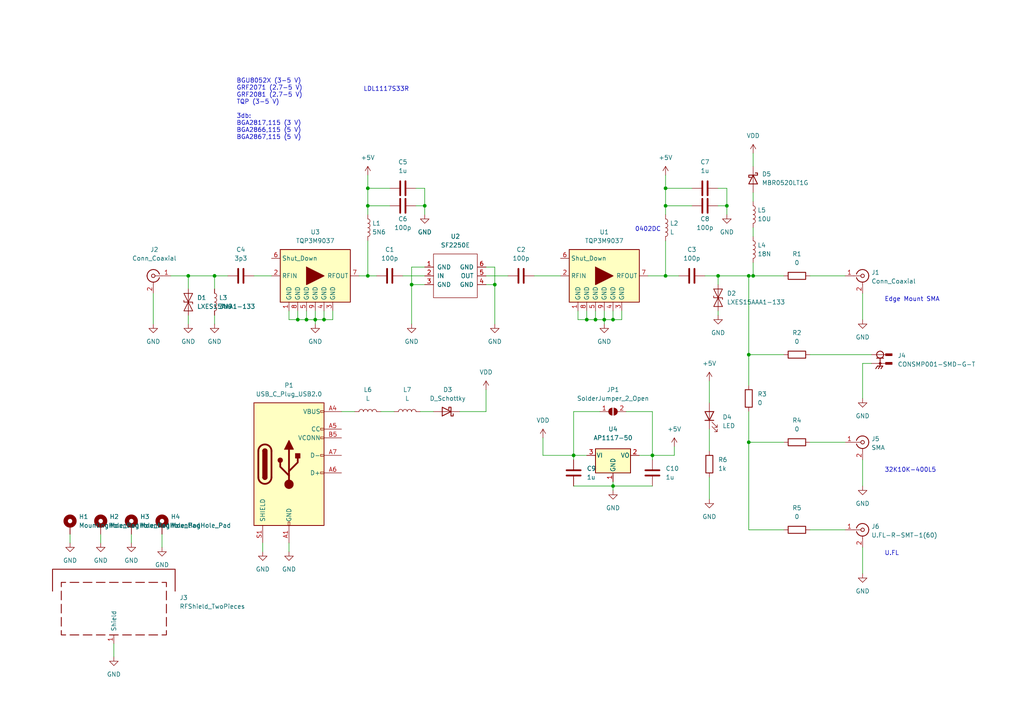
<source format=kicad_sch>
(kicad_sch (version 20211123) (generator eeschema)
  (paper "A4")
  (lib_symbols
    (symbol "CONSMP001-SMD-G-T:CONSMP001-SMD-G-T" (pin_numbers hide) (pin_names (offset 1.016) hide)
      (property "Reference" "J" (at -3.81 1.524 0))
      (property "Value" "CONSMP001-SMD-G-T" (at -4.064 -6.858 0))
      (symbol "CONSMP001-SMD-G-T_0_0"
        (circle (center 0 -2.54) (radius 0.254) (stroke (width 0.254)))
        (polyline (pts (xy -1.016 -1.016) (xy 0 -1.016)) (stroke (width 0.254)))
        (polyline (pts (xy -0.762 -3.302) (xy -1.27 -4.064)) (stroke (width 0.254)))
        (polyline (pts (xy 0 -3.302) (xy -0.762 -3.302)) (stroke (width 0.254)))
        (polyline (pts (xy 0 -3.302) (xy -0.508 -4.064)) (stroke (width 0.254)))
        (polyline (pts (xy 0 -3.302) (xy 0.762 -3.302)) (stroke (width 0.254)))
        (polyline (pts (xy 0 -1.016) (xy 0 -3.302)) (stroke (width 0.254)))
        (polyline (pts (xy 0 -1.016) (xy 1.016 -1.016)) (stroke (width 0.254)))
        (polyline (pts (xy 0.762 -3.302) (xy 0.254 -4.064)) (stroke (width 0.254)))
        (circle (center 0 0) (radius 1.016) (stroke (width 0.254)))
        (rectangle (start 1.5748 -2.8448) (end 3.4798 -2.2098) (fill (type outline)))
        (rectangle (start 1.5748 -0.3048) (end 3.4798 0.3048) (fill (type outline)))
        (pin passive line (at -2.54 0 0) (length 5.08) (name "~") (number "1"))
        (pin passive line (at -2.54 -2.54 0) (length 5.08) (name "~") (number "S1"))
      )
    )
    (symbol "Connector:Conn_Coaxial" (pin_names (offset 1.016) hide)
      (property "Reference" "J" (at 0.254 3.048 0))
      (property "Value" "Conn_Coaxial" (at 2.921 0 90))
      (symbol "Conn_Coaxial_0_1"
        (arc (start -1.778 -0.508) (mid 0.222 -1.808) (end 1.778 0) (stroke (width 0.254)))
        (polyline (pts (xy -2.54 0) (xy -0.508 0)))
        (polyline (pts (xy 0 -2.54) (xy 0 -1.778)))
        (circle (center 0 0) (radius 0.508) (stroke (width 0.2032)))
        (arc (start 1.778 0) (mid 0.222 1.8083) (end -1.778 0.508) (stroke (width 0.254)))
      )
      (symbol "Conn_Coaxial_1_1"
        (pin passive line (at -5.08 0 0) (length 2.54) (name "In") (number "1"))
        (pin passive line (at 0 -5.08 90) (length 2.54) (name "Ext") (number "2"))
      )
    )
    (symbol "Connector:USB_C_Plug_USB2.0" (pin_names (offset 1.016))
      (property "Reference" "P" (at -10.16 19.05 0))
      (property "Value" "USB_C_Plug_USB2.0" (at 12.7 19.05 0))
      (symbol "USB_C_Plug_USB2.0_0_0"
        (rectangle (start -0.254 -17.78) (end 0.254 -16.764))
        (rectangle (start 10.16 -2.286) (end 9.144 -2.794))
        (rectangle (start 10.16 2.794) (end 9.144 2.286))
        (rectangle (start 10.16 7.874) (end 9.144 7.366))
        (rectangle (start 10.16 10.414) (end 9.144 9.906))
        (rectangle (start 10.16 15.494) (end 9.144 14.986))
      )
      (symbol "USB_C_Plug_USB2.0_0_1"
        (rectangle (start -10.16 17.78) (end 10.16 -17.78) (stroke (width 0.254)) (fill (type background)))
        (arc (start -8.89 -3.81) (mid -6.985 -5.715) (end -5.08 -3.81) (stroke (width 0.508)))
        (arc (start -7.62 -3.81) (mid -6.985 -4.445) (end -6.35 -3.81) (stroke (width 0.254)))
        (arc (start -7.62 -3.81) (mid -6.985 -4.445) (end -6.35 -3.81) (stroke (width 0.254)) (fill (type outline)))
        (rectangle (start -7.62 -3.81) (end -6.35 3.81) (stroke (width 0.254)) (fill (type outline)))
        (arc (start -6.35 3.81) (mid -6.985 4.445) (end -7.62 3.81) (stroke (width 0.254)))
        (arc (start -6.35 3.81) (mid -6.985 4.445) (end -7.62 3.81) (stroke (width 0.254)) (fill (type outline)))
        (arc (start -5.08 3.81) (mid -6.985 5.715) (end -8.89 3.81) (stroke (width 0.508)))
        (circle (center -2.54 1.143) (radius 0.635) (stroke (width 0.254)) (fill (type outline)))
        (circle (center 0 -5.842) (radius 1.27) (fill (type outline)))
        (polyline (pts (xy -8.89 -3.81) (xy -8.89 3.81)) (stroke (width 0.508)))
        (polyline (pts (xy -5.08 3.81) (xy -5.08 -3.81)) (stroke (width 0.508)))
        (polyline (pts (xy 0 -5.842) (xy 0 4.318)) (stroke (width 0.508)))
        (polyline (pts (xy 0 -3.302) (xy -2.54 -0.762) (xy -2.54 0.508)) (stroke (width 0.508)))
        (polyline (pts (xy 0 -2.032) (xy 2.54 0.508) (xy 2.54 1.778)) (stroke (width 0.508)))
        (polyline (pts (xy -1.27 4.318) (xy 0 6.858) (xy 1.27 4.318) (xy -1.27 4.318)) (stroke (width 0.254)) (fill (type outline)))
        (rectangle (start 1.905 1.778) (end 3.175 3.048) (stroke (width 0.254)) (fill (type outline)))
      )
      (symbol "USB_C_Plug_USB2.0_1_1"
        (pin passive line (at 0 -22.86 90) (length 5.08) (name "GND") (number "A1"))
        (pin passive line (at 0 -22.86 90) (length 5.08) hide (name "GND") (number "A12"))
        (pin passive line (at 15.24 15.24 180) (length 5.08) (name "VBUS") (number "A4"))
        (pin bidirectional line (at 15.24 10.16 180) (length 5.08) (name "CC") (number "A5"))
        (pin bidirectional line (at 15.24 -2.54 180) (length 5.08) (name "D+") (number "A6"))
        (pin bidirectional line (at 15.24 2.54 180) (length 5.08) (name "D-") (number "A7"))
        (pin passive line (at 15.24 15.24 180) (length 5.08) hide (name "VBUS") (number "A9"))
        (pin passive line (at 0 -22.86 90) (length 5.08) hide (name "GND") (number "B1"))
        (pin passive line (at 0 -22.86 90) (length 5.08) hide (name "GND") (number "B12"))
        (pin passive line (at 15.24 15.24 180) (length 5.08) hide (name "VBUS") (number "B4"))
        (pin bidirectional line (at 15.24 7.62 180) (length 5.08) (name "VCONN") (number "B5"))
        (pin passive line (at 15.24 15.24 180) (length 5.08) hide (name "VBUS") (number "B9"))
        (pin passive line (at -7.62 -22.86 90) (length 5.08) (name "SHIELD") (number "S1"))
      )
    )
    (symbol "Device:C" (pin_numbers hide) (pin_names (offset 0.254))
      (property "Reference" "C" (at 0.635 2.54 0))
      (property "Value" "C" (at 0.635 -2.54 0))
      (symbol "C_0_1"
        (polyline (pts (xy -2.032 -0.762) (xy 2.032 -0.762)) (stroke (width 0.508)))
        (polyline (pts (xy -2.032 0.762) (xy 2.032 0.762)) (stroke (width 0.508)))
      )
      (symbol "C_1_1"
        (pin passive line (at 0 3.81 270) (length 2.794) (name "~") (number "1"))
        (pin passive line (at 0 -3.81 90) (length 2.794) (name "~") (number "2"))
      )
    )
    (symbol "Device:D_Schottky" (pin_numbers hide) (pin_names (offset 1.016) hide)
      (property "Reference" "D" (at 0 2.54 0))
      (property "Value" "D_Schottky" (at 0 -2.54 0))
      (symbol "D_Schottky_0_1"
        (polyline (pts (xy 1.27 0) (xy -1.27 0)))
        (polyline (pts (xy 1.27 1.27) (xy 1.27 -1.27) (xy -1.27 0) (xy 1.27 1.27)) (stroke (width 0.254)))
        (polyline (pts (xy -1.905 0.635) (xy -1.905 1.27) (xy -1.27 1.27) (xy -1.27 -1.27) (xy -0.635 -1.27) (xy -0.635 -0.635)) (stroke (width 0.254)))
      )
      (symbol "D_Schottky_1_1"
        (pin passive line (at -3.81 0 0) (length 2.54) (name "K") (number "1"))
        (pin passive line (at 3.81 0 180) (length 2.54) (name "A") (number "2"))
      )
    )
    (symbol "Device:L" (pin_numbers hide) (pin_names (offset 1.016) hide)
      (property "Reference" "L" (at -1.27 0 90))
      (property "Value" "L" (at 1.905 0 90))
      (symbol "L_0_1"
        (arc (start 0 -2.54) (mid 0.635 -1.905) (end 0 -1.27))
        (arc (start 0 -1.27) (mid 0.635 -0.635) (end 0 0))
        (arc (start 0 0) (mid 0.635 0.635) (end 0 1.27))
        (arc (start 0 1.27) (mid 0.635 1.905) (end 0 2.54))
      )
      (symbol "L_1_1"
        (pin passive line (at 0 3.81 270) (length 1.27) (name "1") (number "1"))
        (pin passive line (at 0 -3.81 90) (length 1.27) (name "2") (number "2"))
      )
    )
    (symbol "Device:LED" (pin_numbers hide) (pin_names (offset 1.016) hide)
      (property "Reference" "D" (at 0 2.54 0))
      (property "Value" "LED" (at 0 -2.54 0))
      (symbol "LED_0_1"
        (polyline (pts (xy -1.27 -1.27) (xy -1.27 1.27)) (stroke (width 0.254)))
        (polyline (pts (xy -1.27 0) (xy 1.27 0)))
        (polyline (pts (xy 1.27 -1.27) (xy 1.27 1.27) (xy -1.27 0) (xy 1.27 -1.27)) (stroke (width 0.254)))
        (polyline (pts (xy -3.048 -0.762) (xy -4.572 -2.286) (xy -3.81 -2.286) (xy -4.572 -2.286) (xy -4.572 -1.524)))
        (polyline (pts (xy -1.778 -0.762) (xy -3.302 -2.286) (xy -2.54 -2.286) (xy -3.302 -2.286) (xy -3.302 -1.524)))
      )
      (symbol "LED_1_1"
        (pin passive line (at -3.81 0 0) (length 2.54) (name "K") (number "1"))
        (pin passive line (at 3.81 0 180) (length 2.54) (name "A") (number "2"))
      )
    )
    (symbol "Device:R" (pin_numbers hide) (pin_names (offset 0))
      (property "Reference" "R" (at 2.032 0 90))
      (property "Value" "R" (at 0 0 90))
      (symbol "R_0_1"
        (rectangle (start -1.016 -2.54) (end 1.016 2.54) (stroke (width 0.254)))
      )
      (symbol "R_1_1"
        (pin passive line (at 0 3.81 270) (length 1.27) (name "~") (number "1"))
        (pin passive line (at 0 -3.81 90) (length 1.27) (name "~") (number "2"))
      )
    )
    (symbol "Device:RFShield_TwoPieces" (pin_names (offset 1.016))
      (property "Reference" "J" (at 0 5.08 0))
      (property "Value" "RFShield_TwoPieces" (at 0 2.54 0))
      (symbol "RFShield_TwoPieces_0_1"
        (polyline (pts (xy -15.24 -5.08) (xy -15.24 -2.54)) (stroke (width 0.254)))
        (polyline (pts (xy -15.24 -1.27) (xy -15.24 1.27)) (stroke (width 0.254)))
        (polyline (pts (xy -15.24 2.54) (xy -15.24 5.08)) (stroke (width 0.254)))
        (polyline (pts (xy -12.7 7.62) (xy -10.16 7.62)) (stroke (width 0.254)))
        (polyline (pts (xy -10.16 -7.62) (xy -12.7 -7.62)) (stroke (width 0.254)))
        (polyline (pts (xy -6.35 -7.62) (xy -8.89 -7.62)) (stroke (width 0.254)))
        (polyline (pts (xy -6.35 7.62) (xy -8.89 7.62)) (stroke (width 0.254)))
        (polyline (pts (xy -2.54 -7.62) (xy -5.08 -7.62)) (stroke (width 0.254)))
        (polyline (pts (xy -2.54 7.62) (xy -5.08 7.62)) (stroke (width 0.254)))
        (polyline (pts (xy -1.27 -7.62) (xy 1.27 -7.62)) (stroke (width 0.254)))
        (polyline (pts (xy 1.27 7.62) (xy -1.27 7.62)) (stroke (width 0.254)))
        (polyline (pts (xy 2.54 -7.62) (xy 5.08 -7.62)) (stroke (width 0.254)))
        (polyline (pts (xy 5.08 7.62) (xy 2.54 7.62)) (stroke (width 0.254)))
        (polyline (pts (xy 6.35 -7.62) (xy 8.89 -7.62)) (stroke (width 0.254)))
        (polyline (pts (xy 8.89 7.62) (xy 6.35 7.62)) (stroke (width 0.254)))
        (polyline (pts (xy 10.16 -7.62) (xy 12.7 -7.62)) (stroke (width 0.254)))
        (polyline (pts (xy 12.7 7.62) (xy 10.16 7.62)) (stroke (width 0.254)))
        (polyline (pts (xy 15.24 -5.08) (xy 15.24 -2.54)) (stroke (width 0.254)))
        (polyline (pts (xy 15.24 -1.27) (xy 15.24 1.27)) (stroke (width 0.254)))
        (polyline (pts (xy 15.24 2.54) (xy 15.24 5.08)) (stroke (width 0.254)))
        (polyline (pts (xy -15.24 6.35) (xy -15.24 7.62) (xy -13.97 7.62)) (stroke (width 0.254)))
        (polyline (pts (xy -13.97 -7.62) (xy -15.24 -7.62) (xy -15.24 -6.35)) (stroke (width 0.254)))
        (polyline (pts (xy 13.97 -7.62) (xy 15.24 -7.62) (xy 15.24 -6.35)) (stroke (width 0.254)))
        (polyline (pts (xy 15.24 6.35) (xy 15.24 7.62) (xy 13.97 7.62)) (stroke (width 0.254)))
        (polyline (pts (xy -17.78 5.08) (xy -17.78 11.43) (xy 17.78 11.43) (xy 17.78 5.08)) (stroke (width 0.254)))
      )
      (symbol "RFShield_TwoPieces_1_1"
        (pin passive line (at 0 -10.16 90) (length 2.54) (name "Shield") (number "1"))
      )
    )
    (symbol "Diode:ESD9B3.3ST5G" (pin_numbers hide) (pin_names (offset 1.016) hide)
      (property "Reference" "D" (at 0 2.54 0))
      (property "Value" "ESD9B3.3ST5G" (at 0 -2.54 0))
      (symbol "ESD9B3.3ST5G_0_1"
        (polyline (pts (xy 1.27 0) (xy -1.27 0)))
        (polyline (pts (xy -2.54 -1.27) (xy 0 0) (xy -2.54 1.27) (xy -2.54 -1.27)) (stroke (width 0.2032)))
        (polyline (pts (xy 0.508 1.27) (xy 0 1.27) (xy 0 -1.27) (xy -0.508 -1.27)) (stroke (width 0.2032)))
        (polyline (pts (xy 2.54 1.27) (xy 2.54 -1.27) (xy 0 0) (xy 2.54 1.27)) (stroke (width 0.2032)))
      )
      (symbol "ESD9B3.3ST5G_1_1"
        (pin passive line (at -3.81 0 0) (length 2.54) (name "A1") (number "1"))
        (pin passive line (at 3.81 0 180) (length 2.54) (name "A2") (number "2"))
      )
    )
    (symbol "Jumper:SolderJumper_2_Open" (pin_names (offset 0) hide)
      (property "Reference" "JP" (at 0 2.032 0))
      (property "Value" "SolderJumper_2_Open" (at 0 -2.54 0))
      (symbol "SolderJumper_2_Open_0_1"
        (arc (start -0.254 1.016) (mid -1.27 0) (end -0.254 -1.016))
        (arc (start -0.254 1.016) (mid -1.27 0) (end -0.254 -1.016) (fill (type outline)))
        (polyline (pts (xy -0.254 1.016) (xy -0.254 -1.016)))
        (polyline (pts (xy 0.254 1.016) (xy 0.254 -1.016)))
        (arc (start 0.254 -1.016) (mid 1.27 0) (end 0.254 1.016))
        (arc (start 0.254 -1.016) (mid 1.27 0) (end 0.254 1.016) (fill (type outline)))
      )
      (symbol "SolderJumper_2_Open_1_1"
        (pin passive line (at -3.81 0 0) (length 2.54) (name "A") (number "1"))
        (pin passive line (at 3.81 0 180) (length 2.54) (name "B") (number "2"))
      )
    )
    (symbol "LNA3030:SAW-DCC6C" (pin_names (offset 1.016))
      (property "Reference" "U" (at 0 5.08 0))
      (property "Value" "SAW-DCC6C" (at 0 -5.08 0))
      (symbol "SAW-DCC6C_0_1"
        (rectangle (start -6.35 6.35) (end 6.35 -6.35))
      )
      (symbol "SAW-DCC6C_1_1"
        (pin power_in line (at -8.89 2.54 0) (length 2.54) (name "GND") (number "1"))
        (pin input line (at -8.89 0 0) (length 2.54) (name "IN") (number "2"))
        (pin power_in line (at -8.89 -2.54 0) (length 2.54) (name "GND") (number "3"))
        (pin power_in line (at 8.89 -2.54 180) (length 2.54) (name "GND") (number "4"))
        (pin output line (at 8.89 0 180) (length 2.54) (name "OUT") (number "5"))
        (pin power_in line (at 8.89 2.54 180) (length 2.54) (name "GND") (number "6"))
      )
    )
    (symbol "Mechanical:MountingHole_Pad" (pin_numbers hide) (pin_names (offset 1.016) hide)
      (property "Reference" "H" (at 0 6.35 0))
      (property "Value" "MountingHole_Pad" (at 0 4.445 0))
      (symbol "MountingHole_Pad_0_1"
        (circle (center 0 1.27) (radius 1.27) (stroke (width 1.27)))
      )
      (symbol "MountingHole_Pad_1_1"
        (pin input line (at 0 -2.54 90) (length 2.54) (name "1") (number "1"))
      )
    )
    (symbol "Regulator_Linear:AP1117-50" (pin_names (offset 0.254))
      (property "Reference" "U" (at -3.81 3.175 0))
      (property "Value" "AP1117-50" (at 0 3.175 0))
      (symbol "AP1117-50_0_1"
        (rectangle (start -5.08 -5.08) (end 5.08 1.905) (stroke (width 0.254)) (fill (type background)))
      )
      (symbol "AP1117-50_1_1"
        (pin power_in line (at 0 -7.62 90) (length 2.54) (name "GND") (number "1"))
        (pin power_out line (at 7.62 0 180) (length 2.54) (name "VO") (number "2"))
        (pin power_in line (at -7.62 0 0) (length 2.54) (name "VI") (number "3"))
      )
    )
    (symbol "lsf-kicad:TQP3M9036"
      (property "Reference" "U" (at 5.08 8.89 0))
      (property "Value" "TQP3M9036" (at -3.81 8.89 0))
      (symbol "TQP3M9036_0_1"
        (rectangle (start -10.16 7.62) (end 10.16 -7.62) (stroke (width 0.254)) (fill (type background)))
        (polyline (pts (xy -2.54 2.54) (xy -2.54 -2.54) (xy 2.54 0) (xy -2.54 2.54)) (stroke (width 0.254)) (fill (type outline)))
      )
      (symbol "TQP3M9036_1_1"
        (pin power_in line (at -7.62 -10.16 90) (length 2.54) (name "GND") (number "1"))
        (pin input line (at -12.7 0 0) (length 2.54) (name "RFIN") (number "2"))
        (pin power_in line (at 5.08 -10.16 90) (length 2.54) (name "GND") (number "3"))
        (pin power_in line (at 2.54 -10.16 90) (length 2.54) (name "GND") (number "4"))
        (pin power_in line (at -2.54 -10.16 90) (length 2.54) (name "GND") (number "5"))
        (pin input line (at -12.7 5.08 0) (length 2.54) (name "Shut_Down") (number "6"))
        (pin output line (at 12.7 0 180) (length 2.54) (name "RFOUT") (number "7"))
        (pin power_in line (at -5.08 -10.16 90) (length 2.54) (name "GND") (number "8"))
        (pin power_in line (at 0 -10.16 90) (length 2.54) (name "GND") (number "9"))
      )
    )
    (symbol "power:+5V" (power) (pin_names (offset 0))
      (property "Value" "+5V" (at 0 3.556 0))
      (symbol "+5V_0_1"
        (polyline (pts (xy -0.762 1.27) (xy 0 2.54)))
        (polyline (pts (xy 0 0) (xy 0 2.54)))
        (polyline (pts (xy 0 2.54) (xy 0.762 1.27)))
      )
      (symbol "+5V_1_1"
        (pin power_in line (at 0 0 90) (length 0) hide (name "+5V") (number "1"))
      )
    )
    (symbol "power:GND" (power) (pin_names (offset 0))
      (property "Value" "GND" (at 0 -3.81 0))
      (symbol "GND_0_1"
        (polyline (pts (xy 0 0) (xy 0 -1.27) (xy 1.27 -1.27) (xy 0 -2.54) (xy -1.27 -1.27) (xy 0 -1.27)))
      )
      (symbol "GND_1_1"
        (pin power_in line (at 0 0 270) (length 0) hide (name "GND") (number "1"))
      )
    )
    (symbol "power:VDD" (power) (pin_names (offset 0))
      (property "Value" "VDD" (at 0 3.81 0))
      (symbol "VDD_0_1"
        (polyline (pts (xy -0.762 1.27) (xy 0 2.54)))
        (polyline (pts (xy 0 0) (xy 0 2.54)))
        (polyline (pts (xy 0 2.54) (xy 0.762 1.27)))
      )
      (symbol "VDD_1_1"
        (pin power_in line (at 0 0 90) (length 0) hide (name "VDD") (number "1"))
      )
    )
  )
  (junction (at 193.04 80.01))
  (junction (at 189.23 132.08))
  (junction (at 217.17 102.87))
  (junction (at 193.04 54.61))
  (junction (at 175.26 92.71))
  (junction (at 91.44 92.71))
  (junction (at 106.68 54.61))
  (junction (at 170.18 92.71))
  (junction (at 143.51 82.55))
  (junction (at 62.23 80.01))
  (junction (at 177.8 140.97))
  (junction (at 217.17 128.27))
  (junction (at 217.17 80.01))
  (junction (at 172.72 92.71))
  (junction (at 123.19 59.69))
  (junction (at 106.68 59.69))
  (junction (at 93.98 92.71))
  (junction (at 88.9 92.71))
  (junction (at 106.68 80.01))
  (junction (at 119.38 82.55))
  (junction (at 177.8 92.71))
  (junction (at 218.44 80.01))
  (junction (at 54.61 80.01))
  (junction (at 86.36 92.71))
  (junction (at 193.04 59.69))
  (junction (at 166.37 132.08))
  (junction (at 210.82 59.69))
  (junction (at 208.28 80.01))
  (wire (pts (xy 172.72 90.17) (xy 172.72 92.71)))
  (wire (pts (xy 217.17 102.87) (xy 217.17 111.76)))
  (wire (pts (xy 234.95 128.27) (xy 245.11 128.27)))
  (wire (pts (xy 54.61 80.01) (xy 62.23 80.01)))
  (wire (pts (xy 123.19 59.69) (xy 123.19 62.23)))
  (wire (pts (xy 91.44 90.17) (xy 91.44 92.71)))
  (wire (pts (xy 193.04 69.85) (xy 193.04 80.01)))
  (wire (pts (xy 200.66 54.61) (xy 193.04 54.61)))
  (wire (pts (xy 193.04 59.69) (xy 200.66 59.69)))
  (wire (pts (xy 205.74 124.46) (xy 205.74 130.81)))
  (wire (pts (xy 189.23 119.38) (xy 189.23 132.08)))
  (wire (pts (xy 20.32 154.94) (xy 20.32 157.48)))
  (wire (pts (xy 172.72 92.71) (xy 175.26 92.71)))
  (wire (pts (xy 110.49 119.38) (xy 114.3 119.38)))
  (wire (pts (xy 143.51 82.55) (xy 143.51 93.98)))
  (wire (pts (xy 208.28 90.17) (xy 208.28 91.44)))
  (wire (pts (xy 106.68 80.01) (xy 109.22 80.01)))
  (wire (pts (xy 106.68 59.69) (xy 113.03 59.69)))
  (wire (pts (xy 218.44 55.88) (xy 218.44 58.42)))
  (wire (pts (xy 86.36 92.71) (xy 88.9 92.71)))
  (wire (pts (xy 204.47 80.01) (xy 208.28 80.01)))
  (wire (pts (xy 54.61 91.44) (xy 54.61 93.98)))
  (wire (pts (xy 46.99 154.94) (xy 46.99 158.75)))
  (wire (pts (xy 116.84 80.01) (xy 123.19 80.01)))
  (wire (pts (xy 83.82 90.17) (xy 83.82 92.71)))
  (wire (pts (xy 140.97 77.47) (xy 143.51 77.47)))
  (wire (pts (xy 227.33 153.67) (xy 217.17 153.67)))
  (wire (pts (xy 208.28 80.01) (xy 208.28 82.55)))
  (wire (pts (xy 177.8 90.17) (xy 177.8 92.71)))
  (wire (pts (xy 250.19 133.35) (xy 250.19 140.97)))
  (wire (pts (xy 167.64 92.71) (xy 170.18 92.71)))
  (wire (pts (xy 119.38 82.55) (xy 123.19 82.55)))
  (wire (pts (xy 96.52 92.71) (xy 93.98 92.71)))
  (wire (pts (xy 62.23 80.01) (xy 66.04 80.01)))
  (wire (pts (xy 166.37 140.97) (xy 177.8 140.97)))
  (wire (pts (xy 104.14 80.01) (xy 106.68 80.01)))
  (wire (pts (xy 170.18 92.71) (xy 172.72 92.71)))
  (wire (pts (xy 177.8 140.97) (xy 177.8 142.24)))
  (wire (pts (xy 180.34 92.71) (xy 177.8 92.71)))
  (wire (pts (xy 143.51 77.47) (xy 143.51 82.55)))
  (wire (pts (xy 208.28 80.01) (xy 217.17 80.01)))
  (wire (pts (xy 140.97 119.38) (xy 133.35 119.38)))
  (wire (pts (xy 119.38 77.47) (xy 119.38 82.55)))
  (wire (pts (xy 73.66 80.01) (xy 78.74 80.01)))
  (wire (pts (xy 193.04 80.01) (xy 196.85 80.01)))
  (wire (pts (xy 189.23 132.08) (xy 195.58 132.08)))
  (wire (pts (xy 173.99 119.38) (xy 166.37 119.38)))
  (wire (pts (xy 157.48 132.08) (xy 166.37 132.08)))
  (wire (pts (xy 93.98 90.17) (xy 93.98 92.71)))
  (wire (pts (xy 177.8 140.97) (xy 189.23 140.97)))
  (wire (pts (xy 189.23 132.08) (xy 189.23 133.35)))
  (wire (pts (xy 218.44 76.2) (xy 218.44 80.01)))
  (wire (pts (xy 177.8 139.7) (xy 177.8 140.97)))
  (wire (pts (xy 252.73 105.41) (xy 250.19 105.41)))
  (wire (pts (xy 218.44 80.01) (xy 227.33 80.01)))
  (wire (pts (xy 250.19 158.75) (xy 250.19 166.37)))
  (wire (pts (xy 217.17 80.01) (xy 218.44 80.01)))
  (wire (pts (xy 140.97 82.55) (xy 143.51 82.55)))
  (wire (pts (xy 49.53 80.01) (xy 54.61 80.01)))
  (wire (pts (xy 234.95 102.87) (xy 252.73 102.87)))
  (wire (pts (xy 205.74 138.43) (xy 205.74 144.78)))
  (wire (pts (xy 121.92 119.38) (xy 125.73 119.38)))
  (wire (pts (xy 38.1 154.94) (xy 38.1 157.48)))
  (wire (pts (xy 217.17 128.27) (xy 227.33 128.27)))
  (wire (pts (xy 140.97 80.01) (xy 147.32 80.01)))
  (wire (pts (xy 83.82 157.48) (xy 83.82 160.02)))
  (wire (pts (xy 54.61 80.01) (xy 54.61 83.82)))
  (wire (pts (xy 166.37 132.08) (xy 170.18 132.08)))
  (wire (pts (xy 217.17 128.27) (xy 217.17 153.67)))
  (wire (pts (xy 166.37 119.38) (xy 166.37 132.08)))
  (wire (pts (xy 123.19 54.61) (xy 123.19 59.69)))
  (wire (pts (xy 193.04 54.61) (xy 193.04 59.69)))
  (wire (pts (xy 187.96 80.01) (xy 193.04 80.01)))
  (wire (pts (xy 250.19 85.09) (xy 250.19 92.71)))
  (wire (pts (xy 167.64 90.17) (xy 167.64 92.71)))
  (wire (pts (xy 166.37 132.08) (xy 166.37 133.35)))
  (wire (pts (xy 83.82 92.71) (xy 86.36 92.71)))
  (wire (pts (xy 113.03 54.61) (xy 106.68 54.61)))
  (wire (pts (xy 175.26 92.71) (xy 175.26 93.98)))
  (wire (pts (xy 44.45 85.09) (xy 44.45 93.98)))
  (wire (pts (xy 210.82 59.69) (xy 210.82 54.61)))
  (wire (pts (xy 76.2 157.48) (xy 76.2 160.02)))
  (wire (pts (xy 218.44 44.45) (xy 218.44 48.26)))
  (wire (pts (xy 175.26 90.17) (xy 175.26 92.71)))
  (wire (pts (xy 106.68 69.85) (xy 106.68 80.01)))
  (wire (pts (xy 99.06 119.38) (xy 102.87 119.38)))
  (wire (pts (xy 177.8 92.71) (xy 175.26 92.71)))
  (wire (pts (xy 193.04 62.23) (xy 193.04 59.69)))
  (wire (pts (xy 88.9 92.71) (xy 91.44 92.71)))
  (wire (pts (xy 29.21 154.94) (xy 29.21 157.48)))
  (wire (pts (xy 62.23 91.44) (xy 62.23 93.98)))
  (wire (pts (xy 96.52 90.17) (xy 96.52 92.71)))
  (wire (pts (xy 180.34 90.17) (xy 180.34 92.71)))
  (wire (pts (xy 170.18 90.17) (xy 170.18 92.71)))
  (wire (pts (xy 62.23 80.01) (xy 62.23 83.82)))
  (wire (pts (xy 181.61 119.38) (xy 189.23 119.38)))
  (wire (pts (xy 154.94 80.01) (xy 162.56 80.01)))
  (wire (pts (xy 227.33 102.87) (xy 217.17 102.87)))
  (wire (pts (xy 217.17 119.38) (xy 217.17 128.27)))
  (wire (pts (xy 208.28 59.69) (xy 210.82 59.69)))
  (wire (pts (xy 234.95 80.01) (xy 245.11 80.01)))
  (wire (pts (xy 88.9 90.17) (xy 88.9 92.71)))
  (wire (pts (xy 120.65 54.61) (xy 123.19 54.61)))
  (wire (pts (xy 86.36 90.17) (xy 86.36 92.71)))
  (wire (pts (xy 205.74 110.49) (xy 205.74 116.84)))
  (wire (pts (xy 193.04 50.8) (xy 193.04 54.61)))
  (wire (pts (xy 93.98 92.71) (xy 91.44 92.71)))
  (wire (pts (xy 250.19 105.41) (xy 250.19 115.57)))
  (wire (pts (xy 106.68 50.8) (xy 106.68 54.61)))
  (wire (pts (xy 119.38 82.55) (xy 119.38 93.98)))
  (wire (pts (xy 218.44 66.04) (xy 218.44 68.58)))
  (wire (pts (xy 123.19 77.47) (xy 119.38 77.47)))
  (wire (pts (xy 157.48 132.08) (xy 157.48 127)))
  (wire (pts (xy 33.02 186.69) (xy 33.02 190.5)))
  (wire (pts (xy 140.97 113.03) (xy 140.97 119.38)))
  (wire (pts (xy 106.68 62.23) (xy 106.68 59.69)))
  (wire (pts (xy 234.95 153.67) (xy 245.11 153.67)))
  (wire (pts (xy 210.82 54.61) (xy 208.28 54.61)))
  (wire (pts (xy 210.82 59.69) (xy 210.82 62.23)))
  (wire (pts (xy 195.58 132.08) (xy 195.58 129.54)))
  (wire (pts (xy 217.17 102.87) (xy 217.17 80.01)))
  (wire (pts (xy 120.65 59.69) (xy 123.19 59.69)))
  (wire (pts (xy 106.68 54.61) (xy 106.68 59.69)))
  (wire (pts (xy 91.44 92.71) (xy 91.44 93.98)))
  (wire (pts (xy 185.42 132.08) (xy 189.23 132.08)))
  (text "Edge Mount SMA" (at 256.54 87.63 0) (effects (font (size 1.27 1.27)) (justify left bottom)))
  (text "LDL1117S33R\n" (at 105.41 26.67 0) (effects (font (size 1.27 1.27)) (justify left bottom)))
  (text "0402DC" (at 184.15 67.31 0) (effects (font (size 1.27 1.27)) (justify left bottom)))
  (text "U.FL" (at 256.54 161.29 0) (effects (font (size 1.27 1.27)) (justify left bottom)))
  (text "BGU8052X (3-5 V)\nGRF2071 (2.7-5 V)\nGRF2081 (2.7-5 V)\nTQP (3-5 V)\n\n3db:\nBGA2817,115 (3 V)\nBGA2866,115 (5 V)\nBGA2867,115 (5 V)" (at 68.58 40.64 0) (effects (font (size 1.27 1.27)) (justify left bottom)))
  (text "32K10K-400L5" (at 256.54 137.16 0) (effects (font (size 1.27 1.27)) (justify left bottom)))
  (symbol (lib_id "power:GND") (at 20.32 157.48 0) (unit 1)
    (property "Reference" "#PWR0104" (effects hide))
    (property "Value" "GND" (at 20.32 162.56 0))
  )
  (symbol (lib_id "power:GND") (at 208.28 91.44 0) (unit 1)
    (property "Reference" "#PWR015" (effects hide))
    (property "Value" "GND" (at 208.28 96.52 0))
  )
  (symbol (lib_id "Device:C") (at 116.84 54.61 90) (unit 1)
    (property "Reference" "C5" (at 116.84 46.99 90))
    (property "Value" "1u" (at 116.84 49.53 90))
    (property "Footprint" "Capacitor_SMD:C_0603_1608Metric" (effects hide))
  )
  (symbol (lib_id "power:GND") (at 175.26 93.98 0) (unit 1)
    (property "Reference" "#PWR06" (effects hide))
    (property "Value" "GND" (at 175.26 99.06 0))
  )
  (symbol (lib_id "Device:C") (at 204.47 54.61 90) (unit 1)
    (property "Reference" "C7" (at 204.47 46.99 90))
    (property "Value" "1u" (at 204.47 49.53 90))
    (property "Footprint" "Capacitor_SMD:C_0603_1608Metric" (effects hide))
  )
  (symbol (lib_id "Device:C") (at 69.85 80.01 90) (unit 1)
    (property "Reference" "C4" (at 69.85 72.39 90))
    (property "Value" "3p3" (at 69.85 74.93 90))
    (property "Footprint" "Capacitor_SMD:C_0402_1005Metric" (effects hide))
  )
  (symbol (lib_id "power:GND") (at 76.2 160.02 0) (unit 1)
    (property "Reference" "#PWR019" (effects hide))
    (property "Value" "GND" (at 76.2 165.1 0))
  )
  (symbol (lib_id "Device:C") (at 116.84 59.69 90) (unit 1)
    (property "Reference" "C6" (at 116.84 63.5 90))
    (property "Value" "100p" (at 116.84 66.04 90))
    (property "Footprint" "Capacitor_SMD:C_0603_1608Metric" (effects hide))
  )
  (symbol (lib_id "Connector:USB_C_Plug_USB2.0") (at 83.82 134.62 0) (unit 1)
    (property "Reference" "P1" (at 83.82 111.76 0))
    (property "Value" "USB_C_Plug_USB2.0" (at 83.82 114.3 0))
    (property "Footprint" "Connector_USB:USB_C_Receptacle_HRO_TYPE-C-31-M-12" (effects hide))
    (property "Datasheet" "https://www.usb.org/sites/default/files/documents/usb_type-c.zip" (effects hide))
  )
  (symbol (lib_id "Device:R") (at 231.14 153.67 90) (unit 1)
    (property "Reference" "R5" (at 231.14 147.32 90))
    (property "Value" "0" (at 231.14 149.86 90))
    (property "Footprint" "Resistor_SMD:R_0402_1005Metric" (effects hide))
  )
  (symbol (lib_id "power:VDD") (at 218.44 44.45 0) (unit 1)
    (property "Reference" "#PWR025" (effects hide))
    (property "Value" "VDD" (at 218.44 39.37 0))
  )
  (symbol (lib_id "Connector:Conn_Coaxial") (at 44.45 80.01 0) (mirror y) (unit 1)
    (property "Reference" "J2" (at 44.7674 72.39 0))
    (property "Value" "Conn_Coaxial" (at 44.7674 74.93 0))
    (property "Footprint" "Connector_Coaxial:SMA_Amphenol_901-144_Vertical" (effects hide))
    (property "Datasheet" " ~" (effects hide))
  )
  (symbol (lib_id "power:+5V") (at 195.58 129.54 0) (unit 1)
    (property "Reference" "#PWR017" (effects hide))
    (property "Value" "+5V" (at 195.58 124.46 0))
  )
  (symbol (lib_id "power:+5V") (at 106.68 50.8 0) (unit 1)
    (property "Reference" "#PWR013" (effects hide))
    (property "Value" "+5V" (at 106.68 45.72 0))
  )
  (symbol (lib_id "Device:D_Schottky") (at 218.44 52.07 270) (unit 1)
    (property "Reference" "D5" (at 220.98 50.4824 90) (effects (justify left)))
    (property "Value" "MBR0520LT1G" (at 220.98 53.0224 90) (effects (justify left)))
    (property "Footprint" "Diode_SMD:D_SOD-123" (effects hide))
    (property "Datasheet" "https://www.mouser.de/datasheet/2/308/1/MBR0520LT1_D-2315148.pdf" (effects hide))
  )
  (symbol (lib_id "Device:L") (at 218.44 62.23 0) (unit 1)
    (property "Reference" "L5" (at 219.71 60.9599 0) (effects (justify left)))
    (property "Value" "10U" (at 219.71 63.4999 0) (effects (justify left)))
    (property "Footprint" "Inductor_SMD:L_0805_2012Metric" (effects hide))
    (property "Datasheet" "https://product.tdk.com/system/files/dam/doc/product/inductor/inductor/smd/catalog/inductor_commercial_decoupling_mlz2012_en.pdf" (effects hide))
  )
  (symbol (lib_id "power:GND") (at 177.8 142.24 0) (unit 1)
    (property "Reference" "#PWR016" (effects hide))
    (property "Value" "GND" (at 177.8 147.32 0))
  )
  (symbol (lib_id "Device:C") (at 189.23 137.16 180) (unit 1)
    (property "Reference" "C10" (at 193.04 135.8899 0) (effects (justify right)))
    (property "Value" "1u" (at 193.04 138.4299 0) (effects (justify right)))
    (property "Footprint" "Capacitor_SMD:C_0603_1608Metric" (effects hide))
  )
  (symbol (lib_id "power:GND") (at 33.02 190.5 0) (unit 1)
    (property "Reference" "#PWR0103" (effects hide))
    (property "Value" "GND" (at 33.02 195.58 0))
  )
  (symbol (lib_id "Device:C") (at 204.47 59.69 90) (unit 1)
    (property "Reference" "C8" (at 204.47 63.5 90))
    (property "Value" "100p" (at 204.47 66.04 90))
    (property "Footprint" "Capacitor_SMD:C_0603_1608Metric" (effects hide))
  )
  (symbol (lib_id "power:GND") (at 250.19 140.97 0) (unit 1)
    (property "Reference" "#PWR012" (effects hide))
    (property "Value" "GND" (at 250.19 146.05 0))
  )
  (symbol (lib_id "Connector:Conn_Coaxial") (at 250.19 128.27 0) (unit 1)
    (property "Reference" "J5" (at 252.73 127.2931 0) (effects (justify left)))
    (property "Value" "SMA" (at 252.73 129.8331 0) (effects (justify left)))
    (property "Footprint" "rosenberger-32K10K-400L5:32K10K-400L5" (effects hide))
    (property "Datasheet" "https://www.mouser.de/datasheet/2/704/32K10K_400L5-2199717.pdf" (effects hide))
  )
  (symbol (lib_id "power:GND") (at 54.61 93.98 0) (unit 1)
    (property "Reference" "#PWR010" (effects hide))
    (property "Value" "GND" (at 54.61 99.06 0))
  )
  (symbol (lib_id "Jumper:SolderJumper_2_Open") (at 177.8 119.38 0) (unit 1)
    (property "Reference" "JP1" (at 177.8 113.03 0))
    (property "Value" "SolderJumper_2_Open" (at 177.8 115.57 0))
    (property "Footprint" "Jumper:SolderJumper-2_P1.3mm_Open_Pad1.0x1.5mm" (effects hide))
  )
  (symbol (lib_id "Device:R") (at 231.14 102.87 90) (unit 1)
    (property "Reference" "R2" (at 231.14 96.52 90))
    (property "Value" "0" (at 231.14 99.06 90))
    (property "Footprint" "Resistor_SMD:R_0402_1005Metric" (effects hide))
  )
  (symbol (lib_id "Diode:ESD9B3.3ST5G") (at 208.28 86.36 90) (unit 1)
    (property "Reference" "D2" (at 210.82 85.0899 90) (effects (justify right)))
    (property "Value" "LXES15AAA1-133" (at 210.82 87.6299 90) (effects (justify right)))
    (property "Footprint" "Diode_SMD:D_0402_1005Metric" (effects hide))
    (property "Datasheet" "https://www.mouser.de/datasheet/2/281/CRESD-E-1102025.pdf" (effects hide))
  )
  (symbol (lib_id "power:+5V") (at 193.04 50.8 0) (unit 1)
    (property "Reference" "#PWR014" (effects hide))
    (property "Value" "+5V" (at 193.04 45.72 0))
  )
  (symbol (lib_id "power:GND") (at 29.21 157.48 0) (unit 1)
    (property "Reference" "#PWR0105" (effects hide))
    (property "Value" "GND" (at 29.21 162.56 0))
  )
  (symbol (lib_id "power:VDD") (at 140.97 113.03 0) (unit 1)
    (property "Reference" "#PWR021" (effects hide))
    (property "Value" "VDD" (at 140.97 107.95 0))
  )
  (symbol (lib_id "Mechanical:MountingHole_Pad") (at 46.99 152.4 0) (unit 1)
    (property "Reference" "H4" (at 49.53 149.8599 0) (effects (justify left)))
    (property "Value" "MountingHole_Pad" (at 49.53 152.3999 0) (effects (justify left)))
    (property "Footprint" "MountingHole:MountingHole_3.2mm_M3_Pad_Via" (effects hide))
  )
  (symbol (lib_id "power:GND") (at 210.82 62.23 0) (unit 1)
    (property "Reference" "#PWR07" (effects hide))
    (property "Value" "GND" (at 210.82 67.31 0))
  )
  (symbol (lib_id "Device:LED") (at 205.74 120.65 90) (unit 1)
    (property "Reference" "D4" (at 209.55 120.9674 90) (effects (justify right)))
    (property "Value" "LED" (at 209.55 123.5074 90) (effects (justify right)))
    (property "Footprint" "Diode_SMD:D_0603_1608Metric" (effects hide))
  )
  (symbol (lib_id "power:GND") (at 143.51 93.98 0) (unit 1)
    (property "Reference" "#PWR05" (effects hide))
    (property "Value" "GND" (at 143.51 99.06 0))
  )
  (symbol (lib_id "CONSMP001-SMD-G-T:CONSMP001-SMD-G-T") (at 255.27 102.87 0) (unit 1)
    (property "Reference" "J4" (at 260.35 103.1239 0) (effects (justify left)))
    (property "Value" "CONSMP001-SMD-G-T" (at 260.35 105.6639 0) (effects (justify left)))
    (property "Footprint" "LINX_CONSMP001-SMD-G-T" (effects hide))
    (property "Datasheet" "https://linxtechnologies.com/wp/wp-content/uploads/consmp001-smd-g-t-ds.pdf" (effects hide))
    (property "STANDARD" "Manufacturer Recommendations" (effects hide))
    (property "MAXIMUM_PACKAGE_HEIGHT" "4.06 mm" (effects hide))
    (property "MANUFACTURER" "Linx" (effects hide))
    (property "PARTREV" "A" (effects hide))
  )
  (symbol (lib_id "Connector:Conn_Coaxial") (at 250.19 80.01 0) (unit 1)
    (property "Reference" "J1" (at 252.73 79.0331 0) (effects (justify left)))
    (property "Value" "Conn_Coaxial" (at 252.73 81.5731 0) (effects (justify left)))
    (property "Footprint" "Connector_Coaxial:SMA_Samtec_SMA-J-P-X-ST-EM1_EdgeMount" (effects hide))
    (property "Datasheet" " ~" (effects hide))
  )
  (symbol (lib_id "Device:R") (at 231.14 80.01 90) (unit 1)
    (property "Reference" "R1" (at 231.14 73.66 90))
    (property "Value" "0" (at 231.14 76.2 90))
    (property "Footprint" "Resistor_SMD:R_0402_1005Metric" (effects hide))
  )
  (symbol (lib_id "Device:C") (at 166.37 137.16 180) (unit 1)
    (property "Reference" "C9" (at 170.18 135.8899 0) (effects (justify right)))
    (property "Value" "1u" (at 170.18 138.4299 0) (effects (justify right)))
    (property "Footprint" "Capacitor_SMD:C_0603_1608Metric" (effects hide))
  )
  (symbol (lib_id "Device:L") (at 106.68 66.04 0) (unit 1)
    (property "Reference" "L1" (at 107.95 64.7699 0) (effects (justify left)))
    (property "Value" "5N6" (at 107.95 67.3099 0) (effects (justify left)))
    (property "Footprint" "Inductor_SMD:L_0402_1005Metric" (effects hide))
    (property "Datasheet" "https://www.mouser.de/datasheet/2/281/1/JELF243A_0051-1380923.pdf" (effects hide))
  )
  (symbol (lib_id "Device:C") (at 113.03 80.01 90) (unit 1)
    (property "Reference" "C1" (at 113.03 72.39 90))
    (property "Value" "100p" (at 113.03 74.93 90))
    (property "Footprint" "Capacitor_SMD:C_0402_1005Metric" (effects hide))
  )
  (symbol (lib_id "power:GND") (at 38.1 157.48 0) (unit 1)
    (property "Reference" "#PWR0101" (effects hide))
    (property "Value" "GND" (at 38.1 162.56 0))
  )
  (symbol (lib_id "Connector:Conn_Coaxial") (at 250.19 153.67 0) (unit 1)
    (property "Reference" "J6" (at 252.73 152.6931 0) (effects (justify left)))
    (property "Value" "U.FL-R-SMT-1(60)" (at 252.73 155.2331 0) (effects (justify left)))
    (property "Footprint" "Connector_Coaxial:U.FL_Hirose_U.FL-R-SMT-1_Vertical" (effects hide))
    (property "Datasheet" " https://www.mouser.de/datasheet/2/185/U_FL_R_SMT_1_60__CL0331_0472_2_60_2DDrawing_000125-1620255.pdf" (effects hide))
  )
  (symbol (lib_id "Device:L") (at 118.11 119.38 90) (unit 1)
    (property "Reference" "L7" (at 118.11 113.03 90))
    (property "Value" "L" (at 118.11 115.57 90))
    (property "Footprint" "Inductor_SMD:L_0805_2012Metric" (effects hide))
  )
  (symbol (lib_id "Device:R") (at 231.14 128.27 90) (unit 1)
    (property "Reference" "R4" (at 231.14 121.92 90))
    (property "Value" "0" (at 231.14 124.46 90))
    (property "Footprint" "Resistor_SMD:R_0402_1005Metric" (effects hide))
  )
  (symbol (lib_id "Mechanical:MountingHole_Pad") (at 29.21 152.4 0) (unit 1)
    (property "Reference" "H2" (at 31.75 149.8599 0) (effects (justify left)))
    (property "Value" "MountingHole_Pad" (at 31.75 152.3999 0) (effects (justify left)))
    (property "Footprint" "MountingHole:MountingHole_3.2mm_M3_Pad_Via" (effects hide))
  )
  (symbol (lib_id "Mechanical:MountingHole_Pad") (at 38.1 152.4 0) (unit 1)
    (property "Reference" "H3" (at 40.64 149.8599 0) (effects (justify left)))
    (property "Value" "MountingHole_Pad" (at 40.64 152.3999 0) (effects (justify left)))
    (property "Footprint" "MountingHole:MountingHole_3.2mm_M3_Pad_Via" (effects hide))
  )
  (symbol (lib_id "Diode:ESD9B3.3ST5G") (at 54.61 87.63 90) (unit 1)
    (property "Reference" "D1" (at 57.15 86.3599 90) (effects (justify right)))
    (property "Value" "LXES15AAA1-133" (at 57.15 88.8999 90) (effects (justify right)))
    (property "Footprint" "Diode_SMD:D_0402_1005Metric" (effects hide))
    (property "Datasheet" "https://www.mouser.de/datasheet/2/281/CRESD-E-1102025.pdf" (effects hide))
  )
  (symbol (lib_id "Mechanical:MountingHole_Pad") (at 20.32 152.4 0) (unit 1)
    (property "Reference" "H1" (at 22.86 149.8599 0) (effects (justify left)))
    (property "Value" "MountingHole_Pad" (at 22.86 152.3999 0) (effects (justify left)))
    (property "Footprint" "MountingHole:MountingHole_3.2mm_M3_Pad_Via" (effects hide))
  )
  (symbol (lib_id "lsf-kicad:TQP3M9036") (at 91.44 80.01 0) (unit 1)
    (property "Reference" "U3" (at 91.44 67.31 0))
    (property "Value" "TQP3M9037" (at 91.44 69.85 0))
    (property "Footprint" "lsf-kicad-lib:DFN-8-1EP_2x2mm_P0.5mm_EP0.7x1.6mm" (effects hide))
    (property "Datasheet" "https://www.mouser.de/datasheet/2/412/TQP3M9037_Data_Sheet-1500717.pdf" (effects hide))
  )
  (symbol (lib_id "power:VDD") (at 157.48 127 0) (unit 1)
    (property "Reference" "#PWR022" (effects hide))
    (property "Value" "VDD" (at 157.48 121.92 0))
  )
  (symbol (lib_id "Device:C") (at 151.13 80.01 90) (unit 1)
    (property "Reference" "C2" (at 151.13 72.39 90))
    (property "Value" "100p" (at 151.13 74.93 90))
    (property "Footprint" "Capacitor_SMD:C_0402_1005Metric" (effects hide))
  )
  (symbol (lib_id "LNA3030:SAW-DCC6C") (at 132.08 80.01 0) (unit 1)
    (property "Reference" "U2" (at 132.08 68.58 0))
    (property "Value" "SF2250E" (at 132.08 71.12 0))
    (property "Footprint" "LNA3030:DCC6C" (effects hide))
    (property "Datasheet" "https://www.mouser.de/datasheet/2/1100/sf2250e-1917498.pdf" (effects hide))
  )
  (symbol (lib_id "power:GND") (at 83.82 160.02 0) (unit 1)
    (property "Reference" "#PWR020" (effects hide))
    (property "Value" "GND" (at 83.82 165.1 0))
  )
  (symbol (lib_id "power:GND") (at 123.19 62.23 0) (unit 1)
    (property "Reference" "#PWR04" (effects hide))
    (property "Value" "GND" (at 123.19 67.31 0))
  )
  (symbol (lib_id "Device:L") (at 106.68 119.38 90) (unit 1)
    (property "Reference" "L6" (at 106.68 113.03 90))
    (property "Value" "L" (at 106.68 115.57 90))
    (property "Footprint" "Inductor_SMD:L_0402_1005Metric" (effects hide))
  )
  (symbol (lib_id "power:GND") (at 46.99 158.75 0) (unit 1)
    (property "Reference" "#PWR0102" (effects hide))
    (property "Value" "GND" (at 46.99 163.83 0))
  )
  (symbol (lib_id "Device:R") (at 217.17 115.57 0) (unit 1)
    (property "Reference" "R3" (at 219.71 114.2999 0) (effects (justify left)))
    (property "Value" "0" (at 219.71 116.8399 0) (effects (justify left)))
    (property "Footprint" "Resistor_SMD:R_0402_1005Metric" (effects hide))
  )
  (symbol (lib_id "Device:D_Schottky") (at 129.54 119.38 180) (unit 1)
    (property "Reference" "D3" (at 129.8575 113.03 0))
    (property "Value" "D_Schottky" (at 129.8575 115.57 0))
    (property "Footprint" "Diode_SMD:D_SOD-123" (effects hide))
  )
  (symbol (lib_id "power:GND") (at 91.44 93.98 0) (unit 1)
    (property "Reference" "#PWR02" (effects hide))
    (property "Value" "GND" (at 91.44 99.06 0))
  )
  (symbol (lib_id "Device:L") (at 193.04 66.04 0) (unit 1)
    (property "Reference" "L2" (at 194.31 64.7699 0) (effects (justify left)))
    (property "Value" "L" (at 194.31 67.3099 0) (effects (justify left)))
    (property "Footprint" "Inductor_SMD:L_0402_1005Metric" (effects hide))
  )
  (symbol (lib_id "Device:R") (at 205.74 134.62 180) (unit 1)
    (property "Reference" "R6" (at 208.28 133.3499 0) (effects (justify right)))
    (property "Value" "1k" (at 208.28 135.8899 0) (effects (justify right)))
    (property "Footprint" "Resistor_SMD:R_0402_1005Metric" (effects hide))
  )
  (symbol (lib_id "power:+5V") (at 205.74 110.49 0) (unit 1)
    (property "Reference" "#PWR023" (effects hide))
    (property "Value" "+5V" (at 205.74 105.41 0))
  )
  (symbol (lib_id "Device:L") (at 218.44 72.39 0) (unit 1)
    (property "Reference" "L4" (at 219.71 71.1199 0) (effects (justify left)))
    (property "Value" "18N" (at 219.71 73.6599 0) (effects (justify left)))
    (property "Footprint" "Inductor_SMD:L_0402_1005Metric" (effects hide))
    (property "Datasheet" "https://www.mouser.de/datasheet/2/281/1/JELF243A_0100-1380931.pdf" (effects hide))
  )
  (symbol (lib_id "power:GND") (at 62.23 93.98 0) (unit 1)
    (property "Reference" "#PWR09" (effects hide))
    (property "Value" "GND" (at 62.23 99.06 0))
  )
  (symbol (lib_id "power:GND") (at 250.19 92.71 0) (unit 1)
    (property "Reference" "#PWR08" (effects hide))
    (property "Value" "GND" (at 250.19 97.79 0))
  )
  (symbol (lib_id "Device:RFShield_TwoPieces") (at 33.02 176.53 0) (unit 1)
    (property "Reference" "J3" (at 52.07 173.3549 0) (effects (justify left)))
    (property "Value" "RFShield_TwoPieces" (at 52.07 175.8949 0) (effects (justify left)))
    (property "Footprint" "RF_Shielding:Laird_Technologies_BMI-S-203-F_26.21x26.21mm" (effects hide))
  )
  (symbol (lib_id "power:GND") (at 250.19 166.37 0) (unit 1)
    (property "Reference" "#PWR018" (effects hide))
    (property "Value" "GND" (at 250.19 171.45 0))
  )
  (symbol (lib_id "Device:C") (at 200.66 80.01 90) (unit 1)
    (property "Reference" "C3" (at 200.66 72.39 90))
    (property "Value" "100p" (at 200.66 74.93 90))
    (property "Footprint" "Capacitor_SMD:C_0402_1005Metric" (effects hide))
  )
  (symbol (lib_id "power:GND") (at 44.45 93.98 0) (unit 1)
    (property "Reference" "#PWR01" (effects hide))
    (property "Value" "GND" (at 44.45 99.06 0))
  )
  (symbol (lib_id "Regulator_Linear:AP1117-50") (at 177.8 132.08 0) (unit 1)
    (property "Reference" "U4" (at 177.8 124.46 0))
    (property "Value" "AP1117-50" (at 177.8 127 0))
    (property "Footprint" "Package_TO_SOT_SMD:SOT-223-3_TabPin2" (effects hide))
    (property "Datasheet" "http://www.diodes.com/datasheets/AP1117.pdf" (effects hide))
  )
  (symbol (lib_id "lsf-kicad:TQP3M9036") (at 175.26 80.01 0) (unit 1)
    (property "Reference" "U1" (at 175.26 67.31 0))
    (property "Value" "TQP3M9037" (at 175.26 69.85 0))
    (property "Footprint" "lsf-kicad-lib:DFN-8-1EP_2x2mm_P0.5mm_EP0.7x1.6mm" (effects hide))
    (property "Datasheet" "https://www.mouser.de/datasheet/2/412/TQP3M9037_Data_Sheet-1500717.pdf" (effects hide))
  )
  (symbol (lib_id "power:GND") (at 205.74 144.78 0) (unit 1)
    (property "Reference" "#PWR024" (effects hide))
    (property "Value" "GND" (at 205.74 149.86 0))
  )
  (symbol (lib_id "power:GND") (at 119.38 93.98 0) (unit 1)
    (property "Reference" "#PWR03" (effects hide))
    (property "Value" "GND" (at 119.38 99.06 0))
  )
  (symbol (lib_id "power:GND") (at 250.19 115.57 0) (unit 1)
    (property "Reference" "#PWR011" (effects hide))
    (property "Value" "GND" (at 250.19 120.65 0))
  )
  (symbol (lib_id "Device:L") (at 62.23 87.63 0) (unit 1)
    (property "Reference" "L3" (at 63.5 86.3599 0) (effects (justify left)))
    (property "Value" "3N9" (at 63.5 88.8999 0) (effects (justify left)))
    (property "Footprint" "Inductor_SMD:L_0402_1005Metric" (effects hide))
    (property "Datasheet" "https://www.mouser.de/datasheet/2/281/1/JELF243A_0050-1380872.pdf" (effects hide))
  )
)
</source>
